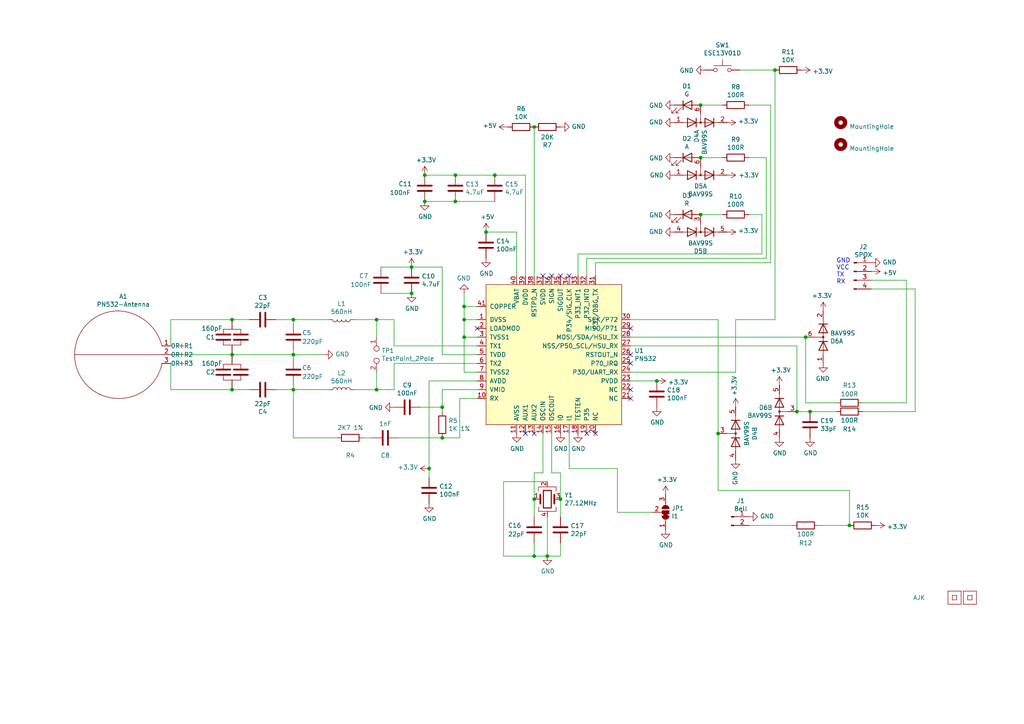
<source format=kicad_sch>
(kicad_sch (version 20231120) (generator "eeschema") (generator_version "8.0")
  (paper "A4")
  (title_block (title "PN532 NFC Board") (date "${DATE}") (rev "7") (company "Adrian Kennard Andrews & Arnold Ltd") (comment 1 "www.me.uk"))
  (lib_symbols
    (symbol "Connector:Conn_01x02_Male" (pin_names (offset 1.016) hide)
      (property "Reference" "J" (at 0 2.54 0))
      (property "Value" "Conn_01x02_Male" (at 0 -5.08 0))
      (symbol "Conn_01x02_Male_1_1"
        (polyline (pts (xy 1.27 -2.54) (xy 0.8636 -2.54)) (stroke (width 0.1524)))
        (polyline (pts (xy 1.27 0) (xy 0.8636 0)) (stroke (width 0.1524)))
        (rectangle (start 0.8636 -2.413) (end 0 -2.667) (stroke (width 0.1524)) (fill (type outline)))
        (rectangle (start 0.8636 0.127) (end 0 -0.127) (stroke (width 0.1524)) (fill (type outline)))
        (pin passive line (at 5.08 0 180) (length 3.81) (name "Pin_1") (number "1"))
        (pin passive line (at 5.08 -2.54 180) (length 3.81) (name "Pin_2") (number "2"))
      )
    )
    (symbol "Connector:Conn_01x04_Male" (pin_names (offset 1.016) hide)
      (property "Reference" "J" (at 0 5.08 0))
      (property "Value" "Conn_01x04_Male" (at 0 -7.62 0))
      (symbol "Conn_01x04_Male_1_1"
        (polyline (pts (xy 1.27 -5.08) (xy 0.8636 -5.08)) (stroke (width 0.1524)))
        (polyline (pts (xy 1.27 -2.54) (xy 0.8636 -2.54)) (stroke (width 0.1524)))
        (polyline (pts (xy 1.27 0) (xy 0.8636 0)) (stroke (width 0.1524)))
        (polyline (pts (xy 1.27 2.54) (xy 0.8636 2.54)) (stroke (width 0.1524)))
        (rectangle (start 0.8636 -4.953) (end 0 -5.207) (stroke (width 0.1524)) (fill (type outline)))
        (rectangle (start 0.8636 -2.413) (end 0 -2.667) (stroke (width 0.1524)) (fill (type outline)))
        (rectangle (start 0.8636 0.127) (end 0 -0.127) (stroke (width 0.1524)) (fill (type outline)))
        (rectangle (start 0.8636 2.667) (end 0 2.413) (stroke (width 0.1524)) (fill (type outline)))
        (pin passive line (at 5.08 2.54 180) (length 3.81) (name "Pin_1") (number "1"))
        (pin passive line (at 5.08 0 180) (length 3.81) (name "Pin_2") (number "2"))
        (pin passive line (at 5.08 -2.54 180) (length 3.81) (name "Pin_3") (number "3"))
        (pin passive line (at 5.08 -5.08 180) (length 3.81) (name "Pin_4") (number "4"))
      )
    )
    (symbol "Connector:TestPoint_2Pole" (pin_names (offset 0.762) hide)
      (property "Reference" "TP" (at 0 1.524 0))
      (property "Value" "TestPoint_2Pole" (at 0 -1.778 0))
      (symbol "TestPoint_2Pole_0_1"
        (circle (center -1.778 0) (radius 0.762))
        (circle (center 1.778 0) (radius 0.762))
        (pin passive line (at -5.08 0 0) (length 2.54) (name "1") (number "1"))
        (pin passive line (at 5.08 0 180) (length 2.54) (name "2") (number "2"))
      )
    )
    (symbol "Cx2_1" (pin_numbers hide) (pin_names (offset 0.254))
      (property "Reference" "C" (at 0.635 3.429 0))
      (property "Value" "Cx2_1" (at 2.921 -3.429 0))
      (property "Note" "May be two 0603 parts" (at 0 0 0))
      (symbol "Cx2_1_0_1"
        (polyline (pts (xy -2.032 -0.762) (xy 2.032 -0.762)) (stroke (width 0.508)))
        (polyline (pts (xy -2.032 0.762) (xy 2.032 0.762)) (stroke (width 0.508)))
        (polyline (pts (xy 0 -2.286) (xy 0 -0.762)))
        (polyline (pts (xy 0 -2.286) (xy 5.08 -2.286)))
        (polyline (pts (xy 0 2.286) (xy 0 0.889)))
        (polyline (pts (xy 0 2.286) (xy 5.08 2.286)))
        (polyline (pts (xy 5.08 -2.286) (xy 5.08 -0.762)))
        (polyline (pts (xy 5.08 2.286) (xy 5.08 0.635)))
      )
      (symbol "Cx2_1_1_1"
        (polyline (pts (xy 3.048 -0.762) (xy 7.112 -0.762)) (stroke (width 0.508)))
        (polyline (pts (xy 3.048 0.762) (xy 7.112 0.762)) (stroke (width 0.508)))
        (pin passive line (at 2.54 5.08 270) (length 2.794) (name "~") (number "1"))
        (pin passive line (at 2.54 -5.08 90) (length 2.794) (name "~") (number "2"))
      )
    )
    (symbol "Device:C" (pin_numbers hide) (pin_names (offset 0.254))
      (property "Reference" "C" (at 0.635 2.54 0))
      (property "Value" "C" (at 0.635 -2.54 0))
      (symbol "C_0_1"
        (polyline (pts (xy -2.032 -0.762) (xy 2.032 -0.762)) (stroke (width 0.508)))
        (polyline (pts (xy -2.032 0.762) (xy 2.032 0.762)) (stroke (width 0.508)))
      )
      (symbol "C_1_1"
        (pin passive line (at 0 3.81 270) (length 2.794) (name "~") (number "1"))
        (pin passive line (at 0 -3.81 90) (length 2.794) (name "~") (number "2"))
      )
    )
    (symbol "Device:Crystal_GND24" (pin_names (offset 1.016) hide)
      (property "Reference" "Y" (at 3.175 5.08 0))
      (property "Value" "Crystal_GND24" (at 3.175 3.175 0))
      (symbol "Crystal_GND24_0_1"
        (rectangle (start -1.143 2.54) (end 1.143 -2.54) (stroke (width 0.3048)))
        (polyline (pts (xy -2.54 0) (xy -2.032 0)))
        (polyline (pts (xy -2.032 -1.27) (xy -2.032 1.27)) (stroke (width 0.508)))
        (polyline (pts (xy 0 -3.81) (xy 0 -3.556)))
        (polyline (pts (xy 0 3.556) (xy 0 3.81)))
        (polyline (pts (xy 2.032 -1.27) (xy 2.032 1.27)) (stroke (width 0.508)))
        (polyline (pts (xy 2.032 0) (xy 2.54 0)))
        (polyline (pts (xy -2.54 -2.286) (xy -2.54 -3.556) (xy 2.54 -3.556) (xy 2.54 -2.286)))
        (polyline (pts (xy -2.54 2.286) (xy -2.54 3.556) (xy 2.54 3.556) (xy 2.54 2.286)))
      )
      (symbol "Crystal_GND24_1_1"
        (pin passive line (at -3.81 0 0) (length 1.27) (name "1") (number "1"))
        (pin passive line (at 0 5.08 270) (length 1.27) (name "2") (number "2"))
        (pin passive line (at 3.81 0 180) (length 1.27) (name "3") (number "3"))
        (pin passive line (at 0 -5.08 90) (length 1.27) (name "4") (number "4"))
      )
    )
    (symbol "Device:L" (pin_numbers hide) (pin_names (offset 1.016) hide)
      (property "Reference" "L" (at -1.27 0 90))
      (property "Value" "L" (at 1.905 0 90))
      (symbol "L_0_1"
        (arc (start 0 -2.54) (mid 0.6323 -1.905) (end 0 -1.27))
        (arc (start 0 -1.27) (mid 0.6323 -0.635) (end 0 0))
        (arc (start 0 0) (mid 0.6323 0.635) (end 0 1.27))
        (arc (start 0 1.27) (mid 0.6323 1.905) (end 0 2.54))
      )
      (symbol "L_1_1"
        (pin passive line (at 0 3.81 270) (length 1.27) (name "1") (number "1"))
        (pin passive line (at 0 -3.81 90) (length 1.27) (name "2") (number "2"))
      )
    )
    (symbol "Device:LED" (pin_numbers hide) (pin_names (offset 1.016) hide)
      (property "Reference" "D" (at 0 2.54 0))
      (property "Value" "LED" (at 0 -2.54 0))
      (symbol "LED_0_1"
        (polyline (pts (xy -1.27 -1.27) (xy -1.27 1.27)) (stroke (width 0.254)))
        (polyline (pts (xy -1.27 0) (xy 1.27 0)))
        (polyline (pts (xy 1.27 -1.27) (xy 1.27 1.27) (xy -1.27 0) (xy 1.27 -1.27)) (stroke (width 0.254)))
        (polyline (pts (xy -3.048 -0.762) (xy -4.572 -2.286) (xy -3.81 -2.286) (xy -4.572 -2.286) (xy -4.572 -1.524)))
        (polyline (pts (xy -1.778 -0.762) (xy -3.302 -2.286) (xy -2.54 -2.286) (xy -3.302 -2.286) (xy -3.302 -1.524)))
      )
      (symbol "LED_1_1"
        (pin passive line (at -3.81 0 0) (length 2.54) (name "K") (number "1"))
        (pin passive line (at 3.81 0 180) (length 2.54) (name "A") (number "2"))
      )
    )
    (symbol "Device:R" (pin_numbers hide) (pin_names (offset 0))
      (property "Reference" "R" (at 2.032 0 90))
      (property "Value" "R" (at 0 0 90))
      (symbol "R_0_1"
        (rectangle (start -1.016 -2.54) (end 1.016 2.54) (stroke (width 0.254)))
      )
      (symbol "R_1_1"
        (pin passive line (at 0 3.81 270) (length 1.27) (name "~") (number "1"))
        (pin passive line (at 0 -3.81 90) (length 1.27) (name "~") (number "2"))
      )
    )
    (symbol "Diode:BAV99S" (pin_names (offset 0.0254) hide)
      (property "Reference" "D" (at 0 2.54 0))
      (property "Value" "BAV99S" (at 0 5.08 0))
      (symbol "BAV99S_0_1"
        (polyline (pts (xy -5.08 0) (xy 5.08 0)))
        (polyline (pts (xy 0 0) (xy 0 -2.54)))
        (polyline (pts (xy -1.27 -1.27) (xy -1.27 1.27) (xy -1.27 1.27)) (stroke (width 0.254)))
        (polyline (pts (xy 3.81 1.27) (xy 3.81 -1.27) (xy 3.81 -1.27)) (stroke (width 0.254)))
        (polyline (pts (xy -3.81 1.27) (xy -1.27 0) (xy -3.81 -1.27) (xy -3.81 1.27) (xy -3.81 1.27) (xy -3.81 1.27)) (stroke (width 0.254)))
        (polyline (pts (xy 1.27 1.27) (xy 3.81 0) (xy 1.27 -1.27) (xy 1.27 1.27) (xy 1.27 1.27) (xy 1.27 1.27)) (stroke (width 0.254)))
        (circle (center 0 0) (radius 0.254) (fill (type outline)))
      )
      (symbol "BAV99S_1_1"
        (polyline (pts (xy 6.35 0) (xy 7.62 0)))
        (pin passive line (at -7.62 0 0) (length 2.54) (name "A1") (number "1"))
        (pin passive line (at 7.62 0 180) (length 2.54) (name "K2") (number "2"))
        (pin passive line (at 0 -5.08 90) (length 2.54) (name "K3A4") (number "6"))
      )
      (symbol "BAV99S_2_1"
        (polyline (pts (xy 6.35 0) (xy 7.62 0)))
        (pin passive line (at 0 -5.08 90) (length 2.54) (name "K1A2") (number "3"))
        (pin passive line (at -7.62 0 0) (length 2.54) (name "A3") (number "4"))
        (pin passive line (at 7.62 0 180) (length 2.54) (name "K4") (number "5"))
      )
    )
    (symbol "Hidden_2" (pin_names (offset 1.016))
      (property "Reference" "Z" (at 0.635 0 0))
      (property "Value" "Hidden_2" (at 4.445 0 0))
      (symbol "Hidden_2_0_1"
        (polyline (pts (xy -0.635 0) (xy 0.635 0)) (stroke (width 0.1524)))
        (polyline (pts (xy 0 0.635) (xy 0 -0.635)) (stroke (width 0.1524)))
      )
      (symbol "Hidden_2_1_1"
        (pin no_connect non_logic (at 0 -2.54 90) (length 2.54) hide (name "~") (number "~"))
      )
    )
    (symbol "Jumper:SolderJumper_3_Bridged12" (pin_names (offset 0) hide)
      (property "Reference" "JP" (at -2.54 -2.54 0))
      (property "Value" "SolderJumper_3_Bridged12" (at 0 2.794 0))
      (symbol "SolderJumper_3_Bridged12_0_1"
        (rectangle (start -1.016 0.508) (end -0.508 -0.508) (fill (type outline)))
        (arc (start -1.016 1.016) (mid -2.0275 0) (end -1.016 -1.016))
        (arc (start -1.016 1.016) (mid -2.0275 0) (end -1.016 -1.016) (fill (type outline)))
        (rectangle (start -0.508 1.016) (end 0.508 -1.016) (fill (type outline)))
        (polyline (pts (xy -2.54 0) (xy -2.032 0)))
        (polyline (pts (xy -1.016 1.016) (xy -1.016 -1.016)))
        (polyline (pts (xy 0 -1.27) (xy 0 -1.016)))
        (polyline (pts (xy 1.016 1.016) (xy 1.016 -1.016)))
        (polyline (pts (xy 2.54 0) (xy 2.032 0)))
        (arc (start 1.016 -1.016) (mid 2.0275 0) (end 1.016 1.016))
        (arc (start 1.016 -1.016) (mid 2.0275 0) (end 1.016 1.016) (fill (type outline)))
      )
      (symbol "SolderJumper_3_Bridged12_1_1"
        (pin passive line (at -5.08 0 0) (length 2.54) (name "A") (number "1"))
        (pin input line (at 0 -3.81 90) (length 2.54) (name "C") (number "2"))
        (pin passive line (at 5.08 0 180) (length 2.54) (name "B") (number "3"))
      )
    )
    (symbol "Mechanical:MountingHole" (pin_names (offset 1.016)) (in_bom no)
      (property "Reference" "H" (at 0 5.08 0))
      (property "Value" "MountingHole" (at 0 3.175 0))
      (symbol "MountingHole_0_1"
        (circle (center 0 0) (radius 1.27) (stroke (width 1.27)))
      )
    )
    (symbol "MountingHole_1" (pin_names (offset 1.016)) (in_bom no)
      (property "Reference" "H" (at 0 5.08 0))
      (property "Value" "MountingHole_1" (at 0 3.175 0))
      (symbol "MountingHole_1_0_1"
        (circle (center 0 0) (radius 1.27) (stroke (width 1.27)))
      )
    )
    (symbol "QR_1" (pin_names (offset 1.016)) (in_bom no)
      (symbol "QR_1_0_1"
        (rectangle (start -1.905 -1.905) (end -1.905 1.905))
        (rectangle (start -1.905 1.905) (end 1.905 1.905))
        (rectangle (start -0.635 -0.635) (end -0.635 0.635))
        (rectangle (start -0.635 0.635) (end 0.635 0.635))
        (rectangle (start 0.635 -0.635) (end -0.635 -0.635))
        (rectangle (start 0.635 0.635) (end 0.635 -0.635))
        (rectangle (start 1.905 -1.905) (end -1.905 -1.905))
        (rectangle (start 1.905 1.905) (end 1.905 -1.905))
      )
    )
    (symbol "RevK:AJK" (pin_names (offset 1.016)) (in_bom no)
      (property "Value" "AJK" (at 0 0 0))
    )
    (symbol "RevK:Hidden" (pin_names (offset 1.016))
      (property "Reference" "Z" (at 0.635 0 0))
      (property "Value" "Hidden" (at 4.445 0 0))
      (symbol "Hidden_0_1"
        (polyline (pts (xy -0.635 0) (xy 0.635 0)) (stroke (width 0.1524)))
        (polyline (pts (xy 0 0.635) (xy 0 -0.635)) (stroke (width 0.1524)))
      )
      (symbol "Hidden_1_1"
        (pin no_connect non_logic (at 0 -2.54 90) (length 2.54) hide (name "~") (number "~"))
      )
    )
    (symbol "RevK:PN532" (pin_names (offset 1.016))
      (property "Reference" "U" (at -21.59 13.97 0))
      (property "Value" "PN532" (at -3.81 35.56 0))
      (symbol "PN532_0_1"
        (rectangle (start -22.86 57.15) (end 16.51 16.51) (fill (type background)))
      )
      (symbol "PN532_1_1"
        (pin power_in line (at -25.4 46.99 0) (length 2.54) (name "DVSS") (number "1"))
        (pin input line (at -25.4 24.13 0) (length 2.54) (name "RX") (number "10"))
        (pin power_in line (at -13.97 13.97 90) (length 2.54) (name "AVSS") (number "11"))
        (pin output line (at -11.43 13.97 90) (length 2.54) (name "AUX1") (number "12"))
        (pin output line (at -8.89 13.97 90) (length 2.54) (name "AUX2") (number "13"))
        (pin input line (at -6.35 13.97 90) (length 2.54) (name "OSCIN") (number "14"))
        (pin output line (at -3.81 13.97 90) (length 2.54) (name "OSCOUT") (number "15"))
        (pin input line (at -1.27 13.97 90) (length 2.54) (name "I0") (number "16"))
        (pin input line (at 1.27 13.97 90) (length 2.54) (name "I1") (number "17"))
        (pin input line (at 3.81 13.97 90) (length 2.54) (name "TESTEN") (number "18"))
        (pin bidirectional line (at 6.35 13.97 90) (length 2.54) (name "P35") (number "19"))
        (pin output line (at -25.4 44.45 0) (length 2.54) (name "LOADMOD") (number "2"))
        (pin passive line (at 8.89 13.97 90) (length 2.54) (name "NC") (number "20"))
        (pin passive line (at 19.05 24.13 180) (length 2.54) (name "NC") (number "21"))
        (pin passive line (at 19.05 26.67 180) (length 2.54) (name "NC") (number "22"))
        (pin power_in line (at 19.05 29.21 180) (length 2.54) (name "PVDD") (number "23"))
        (pin bidirectional line (at 19.05 31.75 180) (length 2.54) (name "P30/UART_RX") (number "24"))
        (pin bidirectional line (at 19.05 34.29 180) (length 2.54) (name "P70_IRQ") (number "25"))
        (pin output line (at 19.05 36.83 180) (length 2.54) (name "RSTOUT_N") (number "26"))
        (pin bidirectional line (at 19.05 39.37 180) (length 2.54) (name "NSS/P50_SCL/HSU_RX") (number "27"))
        (pin bidirectional line (at 19.05 41.91 180) (length 2.54) (name "MOSI/SDA/HSU_TX") (number "28"))
        (pin bidirectional line (at 19.05 44.45 180) (length 2.54) (name "MISO/P71") (number "29"))
        (pin power_in line (at -25.4 41.91 0) (length 2.54) (name "TVSS1") (number "3"))
        (pin bidirectional line (at 19.05 46.99 180) (length 2.54) (name "SCK/P72") (number "30"))
        (pin bidirectional line (at 8.89 59.69 270) (length 2.54) (name "P31/DBG_TX") (number "31"))
        (pin bidirectional line (at 6.35 59.69 270) (length 2.54) (name "P32_INT0") (number "32"))
        (pin bidirectional line (at 3.81 59.69 270) (length 2.54) (name "P33_INT1") (number "33"))
        (pin bidirectional line (at 1.27 59.69 270) (length 2.54) (name "P34/SIG_CLK") (number "34"))
        (pin output line (at -1.27 59.69 270) (length 2.54) (name "SIGOUT") (number "35"))
        (pin input line (at -3.81 59.69 270) (length 2.54) (name "SIGN") (number "36"))
        (pin power_out line (at -6.35 59.69 270) (length 2.54) (name "SVDD") (number "37"))
        (pin input line (at -8.89 59.69 270) (length 2.54) (name "RSTPD_N") (number "38"))
        (pin power_out line (at -11.43 59.69 270) (length 2.54) (name "DVDD") (number "39"))
        (pin output line (at -25.4 39.37 0) (length 2.54) (name "TX1") (number "4"))
        (pin power_in line (at -13.97 59.69 270) (length 2.54) (name "VBAT") (number "40"))
        (pin passive line (at -25.4 50.8 0) (length 2.54) (name "COPPER") (number "41"))
        (pin power_in line (at -25.4 36.83 0) (length 2.54) (name "TVDD") (number "5"))
        (pin output line (at -25.4 34.29 0) (length 2.54) (name "TX2") (number "6"))
        (pin power_in line (at -25.4 31.75 0) (length 2.54) (name "TVSS2") (number "7"))
        (pin power_in line (at -25.4 29.21 0) (length 2.54) (name "AVDD") (number "8"))
        (pin output line (at -25.4 26.67 0) (length 2.54) (name "VMID") (number "9"))
      )
    )
    (symbol "RevK:PN532-Antenna" (pin_names (offset 1.016)) (in_bom no)
      (property "Reference" "A" (at 0 -15.24 0))
      (property "Value" "PN532-Antenna" (at 0 1.27 0))
      (symbol "PN532-Antenna_0_1"
        (arc (start 0 -12.7) (mid 8.196 -9.9275) (end 12.7 -2.54))
        (polyline (pts (xy 12.7 0) (xy -12.7 0)))
        (arc (start 0 12.7) (mid -12.6447 0) (end 0 -12.7))
        (arc (start 12.7 2.54) (mid 8.0366 9.7282) (end 0 12.7))
      )
      (symbol "PN532-Antenna_1_1"
        (pin bidirectional line (at 15.24 2.54 180) (length 2.54) (name "") (number "1"))
        (pin bidirectional line (at 15.24 0 180) (length 2.54) (name "") (number "2"))
        (pin bidirectional line (at 15.24 -2.54 180) (length 2.54) (name "") (number "3"))
      )
    )
    (symbol "RevK:QR" (pin_names (offset 1.016)) (in_bom no)
      (symbol "QR_0_1"
        (rectangle (start -1.905 -1.905) (end -1.905 1.905))
        (rectangle (start -1.905 1.905) (end 1.905 1.905))
        (rectangle (start -0.635 -0.635) (end -0.635 0.635))
        (rectangle (start -0.635 0.635) (end 0.635 0.635))
        (rectangle (start 0.635 -0.635) (end -0.635 -0.635))
        (rectangle (start 0.635 0.635) (end 0.635 -0.635))
        (rectangle (start 1.905 -1.905) (end -1.905 -1.905))
        (rectangle (start 1.905 1.905) (end 1.905 -1.905))
      )
    )
    (symbol "Switch:SW_Push" (pin_numbers hide) (pin_names (offset 1.016) hide)
      (property "Reference" "SW" (at 1.27 2.54 0))
      (property "Value" "SW_Push" (at 0 -1.524 0))
      (symbol "SW_Push_0_1"
        (circle (center -2.032 0) (radius 0.508))
        (polyline (pts (xy 0 1.27) (xy 0 3.048)))
        (polyline (pts (xy 2.54 1.27) (xy -2.54 1.27)))
        (circle (center 2.032 0) (radius 0.508))
        (pin passive line (at -5.08 0 0) (length 2.54) (name "1") (number "1"))
        (pin passive line (at 5.08 0 180) (length 2.54) (name "2") (number "2"))
      )
    )
    (symbol "power:+3.3V" (power) (pin_names (offset 0))
      (property "Value" "+3.3V" (at 0 3.556 0))
      (symbol "+3.3V_0_1"
        (polyline (pts (xy -0.762 1.27) (xy 0 2.54)))
        (polyline (pts (xy 0 0) (xy 0 2.54)))
        (polyline (pts (xy 0 2.54) (xy 0.762 1.27)))
      )
      (symbol "+3.3V_1_1"
        (pin power_in line (at 0 0 90) (length 0) hide (name "+3V3") (number "1"))
      )
    )
    (symbol "power:+5V" (power) (pin_names (offset 0))
      (property "Value" "+5V" (at 0 3.556 0))
      (symbol "+5V_0_1"
        (polyline (pts (xy -0.762 1.27) (xy 0 2.54)))
        (polyline (pts (xy 0 0) (xy 0 2.54)))
        (polyline (pts (xy 0 2.54) (xy 0.762 1.27)))
      )
      (symbol "+5V_1_1"
        (pin power_in line (at 0 0 90) (length 0) hide (name "+5V") (number "1"))
      )
    )
    (symbol "power:GND" (power) (pin_names (offset 0))
      (property "Value" "GND" (at 0 -3.81 0))
      (symbol "GND_0_1"
        (polyline (pts (xy 0 0) (xy 0 -1.27) (xy 1.27 -1.27) (xy 0 -2.54) (xy -1.27 -1.27) (xy 0 -1.27)))
      )
      (symbol "GND_1_1"
        (pin power_in line (at 0 0 270) (length 0) hide (name "GND") (number "1"))
      )
    )
  )
  (junction (at 85.09 113.03))
  (junction (at 109.22 92.71))
  (junction (at 140.97 67.31))
  (junction (at 162.56 144.78))
  (junction (at 190.5 110.49))
  (junction (at 134.62 88.9))
  (junction (at 134.62 92.71))
  (junction (at 203.2 62.23))
  (junction (at 67.31 113.03))
  (junction (at 233.68 97.79))
  (junction (at 119.38 77.47))
  (junction (at 128.27 118.11))
  (junction (at 231.14 119.38))
  (junction (at 132.08 58.42))
  (junction (at 134.62 97.79))
  (junction (at 123.19 58.42))
  (junction (at 208.28 125.73))
  (junction (at 123.19 50.8))
  (junction (at 85.09 92.71))
  (junction (at 154.94 144.78))
  (junction (at 132.08 50.8))
  (junction (at 154.94 161.29))
  (junction (at 143.51 50.8))
  (junction (at 158.75 161.29))
  (junction (at 67.31 102.87))
  (junction (at 119.38 85.09))
  (junction (at 203.2 45.72))
  (junction (at 128.27 127))
  (junction (at 224.79 20.32))
  (junction (at 234.95 119.38))
  (junction (at 67.31 92.71))
  (junction (at 154.94 36.83))
  (junction (at 124.46 135.89))
  (junction (at 85.09 102.87))
  (junction (at 203.2 30.48))
  (junction (at 109.22 113.03))
  (junction (at 246.38 152.4))
  (no_connect (at 182.88 102.87))
  (no_connect (at 162.56 80.01))
  (no_connect (at 170.18 125.73))
  (no_connect (at 154.94 125.73))
  (no_connect (at 182.88 115.57))
  (no_connect (at 182.88 113.03))
  (no_connect (at 157.48 80.01))
  (no_connect (at 182.88 105.41))
  (no_connect (at 165.1 80.01))
  (no_connect (at 172.72 125.73))
  (no_connect (at 138.43 95.25))
  (no_connect (at 182.88 95.25))
  (no_connect (at 152.4 125.73))
  (no_connect (at 160.02 80.01))
  (wire (pts (xy 160.02 125.73) (xy 160.02 137.16)))
  (wire (pts (xy 146.05 139.7) (xy 146.05 161.29)))
  (wire (pts (xy 158.75 139.7) (xy 146.05 139.7)))
  (wire (pts (xy 217.17 45.72) (xy 222.25 45.72)))
  (wire (pts (xy 85.09 101.6) (xy 85.09 102.87)))
  (wire (pts (xy 114.3 105.41) (xy 138.43 105.41)))
  (wire (pts (xy 229.87 152.4) (xy 217.17 152.4)))
  (wire (pts (xy 217.17 62.23) (xy 220.98 62.23)))
  (wire (pts (xy 49.53 105.41) (xy 49.53 113.03)))
  (wire (pts (xy 170.18 74.93) (xy 170.18 80.01)))
  (wire (pts (xy 154.94 137.16) (xy 154.94 144.78)))
  (wire (pts (xy 132.08 50.8) (xy 143.51 50.8)))
  (wire (pts (xy 222.25 45.72) (xy 222.25 74.93)))
  (wire (pts (xy 85.09 102.87) (xy 85.09 104.14)))
  (wire (pts (xy 110.49 77.47) (xy 119.38 77.47)))
  (wire (pts (xy 233.68 116.84) (xy 233.68 97.79)))
  (wire (pts (xy 146.05 161.29) (xy 154.94 161.29)))
  (wire (pts (xy 49.53 92.71) (xy 49.53 100.33)))
  (wire (pts (xy 138.43 107.95) (xy 134.62 107.95)))
  (wire (pts (xy 114.3 105.41) (xy 114.3 113.03)))
  (wire (pts (xy 134.62 92.71) (xy 138.43 92.71)))
  (wire (pts (xy 85.09 92.71) (xy 95.25 92.71)))
  (wire (pts (xy 209.55 30.48) (xy 203.2 30.48)))
  (wire (pts (xy 80.01 92.71) (xy 85.09 92.71)))
  (wire (pts (xy 265.43 119.38) (xy 250.19 119.38)))
  (wire (pts (xy 157.48 125.73) (xy 157.48 137.16)))
  (wire (pts (xy 134.62 88.9) (xy 138.43 88.9)))
  (wire (pts (xy 114.3 92.71) (xy 114.3 100.33)))
  (wire (pts (xy 208.28 92.71) (xy 208.28 125.73)))
  (wire (pts (xy 134.62 97.79) (xy 134.62 92.71)))
  (wire (pts (xy 152.4 80.01) (xy 152.4 50.8)))
  (wire (pts (xy 154.94 144.78) (xy 154.94 149.86)))
  (wire (pts (xy 128.27 102.87) (xy 128.27 77.47)))
  (wire (pts (xy 182.88 92.71) (xy 208.28 92.71)))
  (wire (pts (xy 85.09 102.87) (xy 93.98 102.87)))
  (wire (pts (xy 67.31 113.03) (xy 72.39 113.03)))
  (wire (pts (xy 114.3 100.33) (xy 138.43 100.33)))
  (wire (pts (xy 172.72 76.2) (xy 172.72 80.01)))
  (wire (pts (xy 213.36 92.71) (xy 224.79 92.71)))
  (wire (pts (xy 213.36 107.95) (xy 182.88 107.95)))
  (wire (pts (xy 67.31 102.87) (xy 85.09 102.87)))
  (wire (pts (xy 132.08 58.42) (xy 123.19 58.42)))
  (wire (pts (xy 224.79 20.32) (xy 224.79 92.71)))
  (wire (pts (xy 237.49 152.4) (xy 246.38 152.4)))
  (wire (pts (xy 138.43 110.49) (xy 124.46 110.49)))
  (wire (pts (xy 85.09 113.03) (xy 95.25 113.03)))
  (wire (pts (xy 119.38 77.47) (xy 128.27 77.47)))
  (wire (pts (xy 252.73 81.28) (xy 262.89 81.28)))
  (wire (pts (xy 128.27 127) (xy 133.35 127)))
  (wire (pts (xy 109.22 107.95) (xy 109.22 113.03)))
  (wire (pts (xy 49.53 102.87) (xy 67.31 102.87)))
  (wire (pts (xy 138.43 102.87) (xy 128.27 102.87)))
  (wire (pts (xy 128.27 118.11) (xy 128.27 119.38)))
  (wire (pts (xy 124.46 110.49) (xy 124.46 135.89)))
  (wire (pts (xy 138.43 115.57) (xy 133.35 115.57)))
  (wire (pts (xy 115.57 127) (xy 128.27 127)))
  (wire (pts (xy 134.62 97.79) (xy 138.43 97.79)))
  (wire (pts (xy 233.68 97.79) (xy 182.88 97.79)))
  (wire (pts (xy 167.64 73.66) (xy 220.98 73.66)))
  (wire (pts (xy 242.57 119.38) (xy 234.95 119.38)))
  (wire (pts (xy 102.87 113.03) (xy 109.22 113.03)))
  (wire (pts (xy 265.43 83.82) (xy 265.43 119.38)))
  (wire (pts (xy 85.09 113.03) (xy 85.09 127)))
  (wire (pts (xy 162.56 137.16) (xy 162.56 144.78)))
  (wire (pts (xy 132.08 50.8) (xy 123.19 50.8)))
  (wire (pts (xy 217.17 30.48) (xy 223.52 30.48)))
  (wire (pts (xy 234.95 119.38) (xy 231.14 119.38)))
  (wire (pts (xy 109.22 92.71) (xy 114.3 92.71)))
  (wire (pts (xy 143.51 50.8) (xy 152.4 50.8)))
  (wire (pts (xy 262.89 81.28) (xy 262.89 116.84)))
  (wire (pts (xy 157.48 137.16) (xy 154.94 137.16)))
  (wire (pts (xy 165.1 135.89) (xy 179.07 135.89)))
  (wire (pts (xy 85.09 127) (xy 97.79 127)))
  (wire (pts (xy 132.08 58.42) (xy 143.51 58.42)))
  (wire (pts (xy 134.62 107.95) (xy 134.62 97.79)))
  (wire (pts (xy 124.46 135.89) (xy 124.46 138.43)))
  (wire (pts (xy 160.02 137.16) (xy 162.56 137.16)))
  (wire (pts (xy 138.43 113.03) (xy 128.27 113.03)))
  (wire (pts (xy 149.86 67.31) (xy 149.86 80.01)))
  (wire (pts (xy 85.09 92.71) (xy 85.09 93.98)))
  (wire (pts (xy 242.57 116.84) (xy 233.68 116.84)))
  (wire (pts (xy 223.52 30.48) (xy 223.52 76.2)))
  (wire (pts (xy 172.72 76.2) (xy 223.52 76.2)))
  (wire (pts (xy 105.41 127) (xy 107.95 127)))
  (wire (pts (xy 167.64 73.66) (xy 167.64 80.01)))
  (wire (pts (xy 133.35 115.57) (xy 133.35 127)))
  (wire (pts (xy 209.55 62.23) (xy 203.2 62.23)))
  (wire (pts (xy 85.09 111.76) (xy 85.09 113.03)))
  (wire (pts (xy 220.98 62.23) (xy 220.98 73.66)))
  (wire (pts (xy 134.62 88.9) (xy 134.62 85.09)))
  (wire (pts (xy 154.94 157.48) (xy 154.94 161.29)))
  (wire (pts (xy 182.88 100.33) (xy 231.14 100.33)))
  (wire (pts (xy 154.94 36.83) (xy 154.94 80.01)))
  (wire (pts (xy 158.75 149.86) (xy 158.75 161.29)))
  (wire (pts (xy 182.88 110.49) (xy 190.5 110.49)))
  (wire (pts (xy 162.56 161.29) (xy 158.75 161.29)))
  (wire (pts (xy 246.38 142.24) (xy 246.38 152.4)))
  (wire (pts (xy 162.56 144.78) (xy 162.56 149.86)))
  (wire (pts (xy 222.25 74.93) (xy 170.18 74.93)))
  (wire (pts (xy 208.28 142.24) (xy 246.38 142.24)))
  (wire (pts (xy 109.22 92.71) (xy 109.22 97.79)))
  (wire (pts (xy 121.92 118.11) (xy 128.27 118.11)))
  (wire (pts (xy 109.22 113.03) (xy 114.3 113.03)))
  (wire (pts (xy 128.27 113.03) (xy 128.27 118.11)))
  (wire (pts (xy 67.31 92.71) (xy 72.39 92.71)))
  (wire (pts (xy 213.36 107.95) (xy 213.36 92.71)))
  (wire (pts (xy 49.53 92.71) (xy 67.31 92.71)))
  (wire (pts (xy 262.89 116.84) (xy 250.19 116.84)))
  (wire (pts (xy 179.07 148.59) (xy 189.23 148.59)))
  (wire (pts (xy 140.97 67.31) (xy 149.86 67.31)))
  (wire (pts (xy 179.07 135.89) (xy 179.07 148.59)))
  (wire (pts (xy 208.28 125.73) (xy 208.28 142.24)))
  (wire (pts (xy 252.73 83.82) (xy 265.43 83.82)))
  (wire (pts (xy 231.14 100.33) (xy 231.14 119.38)))
  (wire (pts (xy 110.49 85.09) (xy 119.38 85.09)))
  (wire (pts (xy 154.94 161.29) (xy 158.75 161.29)))
  (wire (pts (xy 80.01 113.03) (xy 85.09 113.03)))
  (wire (pts (xy 162.56 157.48) (xy 162.56 161.29)))
  (wire (pts (xy 102.87 92.71) (xy 109.22 92.71)))
  (wire (pts (xy 165.1 125.73) (xy 165.1 135.89)))
  (wire (pts (xy 214.63 20.32) (xy 224.79 20.32)))
  (wire (pts (xy 209.55 45.72) (xy 203.2 45.72)))
  (wire (pts (xy 49.53 113.03) (xy 67.31 113.03)))
  (wire (pts (xy 134.62 92.71) (xy 134.62 88.9)))
  (text "GND\nVCC\nTX\nRX" (at 242.57 82.55 0) (effects (font (size 1.27 1.27)) (justify left bottom)))
  (symbol (lib_id "RevK:PN532-Antenna") (at 34.29 102.87 0) (unit 1) (in_bom no)
    (property "Reference" "A1" (at 35.7632 85.979 0))
    (property "Value" "PN532-Antenna" (at 35.7632 88.2904 0))
    (property "Footprint" "RevK:PN532-Antenna5" (effects (hide yes)))
    (property "Note" "Non part, PCB printed" (effects (hide yes)))
  )
  (symbol (lib_id "RevK:PN532") (at 163.83 139.7 0) (unit 1)
    (property "Reference" "U1" (at 183.9976 101.7016 0) (effects (justify left)))
    (property "Value" "PN532" (at 183.9976 104.013 0) (effects (justify left)))
    (property "Footprint" "RevK:QFN-40-1EP_6x6mm_P0.5mm_EP4.6x4.6mm" (effects (hide yes)))
    (property "Datasheet" "https://www.mouser.co.uk/ProductDetail/771-PN5321A3HN10" (effects (hide yes)))
    (property "Part No" "PN5321A3HN/C106,51" (effects (hide yes)))
    (property "Manufacturer" "NXP Semiconductors" (effects (hide yes)))
  )
  (symbol (lib_name "Cx2_1") (lib_id "RevK:Cx2") (at 64.77 97.79 0) (unit 1)
    (property "Reference" "C1" (at 59.69 97.79 0) (effects (justify left)))
    (property "Value" "160pF" (at 58.42 95.25 0) (effects (justify left)))
    (property "Footprint" "RevK:C_0603" (effects (hide yes)))
    (property "Datasheet" "https://www.mouser.co.uk/ProductDetail/80-C0603X161F1HACTU" (effects (hide yes)))
    (property "Part No" "C0603X161F1HACTU" (effects (hide yes)))
    (property "Manufacturer" "KEMET" (effects (hide yes)))
  )
  (symbol (lib_id "Device:C") (at 76.2 92.71 270) (unit 1)
    (property "Reference" "C3" (at 76.2 86.3092 90))
    (property "Value" "22pF" (at 76.2 88.6206 90))
    (property "Footprint" "RevK:C_0603" (effects (hide yes)))
    (property "Datasheet" "https://www.mouser.co.uk/ProductDetail/791-0603N220F500CT" (effects (hide yes)))
    (property "Note" "0603" (effects (hide yes)))
    (property "Part No" "0603N220F500CT" (effects (hide yes)))
    (property "Manufacturer" "Walsin" (effects (hide yes)))
  )
  (symbol (lib_id "Device:C") (at 76.2 113.03 90) (unit 1)
    (property "Reference" "C4" (at 76.2 119.4308 90))
    (property "Value" "22pF" (at 76.2 117.1194 90))
    (property "Footprint" "RevK:C_0603" (effects (hide yes)))
    (property "Datasheet" "https://www.mouser.co.uk/ProductDetail/791-0603N220F500CT" (effects (hide yes)))
    (property "Note" "0603" (effects (hide yes)))
    (property "Part No" "0603N220F500CT" (effects (hide yes)))
    (property "Manufacturer" "Walsin" (effects (hide yes)))
  )
  (symbol (lib_id "Device:C") (at 85.09 97.79 180) (unit 1)
    (property "Reference" "C5" (at 87.63 96.52 0) (effects (justify right)))
    (property "Value" "220pF" (at 87.63 99.06 0) (effects (justify right)))
    (property "Footprint" "RevK:C_0603" (effects (hide yes)))
    (property "Part No" "0603-220pF-50V" (effects (hide yes)))
  )
  (symbol (lib_id "Device:C") (at 85.09 107.95 0) (unit 1)
    (property "Reference" "C6" (at 87.63 106.68 0) (effects (justify left)))
    (property "Value" "220pF" (at 87.63 109.22 0) (effects (justify left)))
    (property "Footprint" "RevK:C_0603" (effects (hide yes)))
    (property "Part No" "0603-220pF-50V" (effects (hide yes)))
  )
  (symbol (lib_id "Device:L") (at 99.06 92.71 270) (unit 1)
    (property "Reference" "L1" (at 99.06 88.1126 90))
    (property "Value" "560nH" (at 99.06 90.424 90))
    (property "Footprint" "RevK:L_1206_1008" (effects (hide yes)))
    (property "Datasheet" "https://www.mouser.co.uk/ProductDetail/81-LQW2UASR56G00L" (effects (hide yes)))
    (property "Note" "High quality inductor" (effects (hide yes)))
    (property "Part No" "LQW2UASR56G00L" (effects (hide yes)))
    (property "Manufacturer" "Murata Electronics" (effects (hide yes)))
  )
  (symbol (lib_id "Device:L") (at 99.06 113.03 90) (unit 1)
    (property "Reference" "L2" (at 99.06 108.204 90))
    (property "Value" "560nH" (at 99.06 110.5154 90))
    (property "Footprint" "RevK:L_1206_1008" (effects (hide yes)))
    (property "Datasheet" "https://www.mouser.co.uk/ProductDetail/81-LQW2UASR56G00L" (effects (hide yes)))
    (property "Note" "High quality inductor" (effects (hide yes)))
    (property "Part No" "LQW2UASR56G00L" (effects (hide yes)))
    (property "Manufacturer" "Murata Electronics" (effects (hide yes)))
  )
  (symbol (lib_id "Device:C") (at 111.76 127 270) (unit 1)
    (property "Reference" "C8" (at 111.76 132.08 90))
    (property "Value" "1nF" (at 111.76 122.9106 90))
    (property "Footprint" "RevK:C_0603" (effects (hide yes)))
    (property "Datasheet" "https://www.mouser.co.uk/ProductDetail/77-VJ0603A102GXAPBC" (effects (hide yes)))
    (property "Note" "0603" (effects (hide yes)))
    (property "Part No" "VJ0603A102GXAPW1BC" (effects (hide yes)))
    (property "Manufacturer" "Vishay / Vitramon" (effects (hide yes)))
  )
  (symbol (lib_id "Device:Crystal_GND24") (at 158.75 144.78 0) (unit 1)
    (property "Reference" "Y1" (at 163.6776 143.6116 0) (effects (justify left)))
    (property "Value" "27.12MHz" (at 163.6776 145.923 0) (effects (justify left)))
    (property "Footprint" "RevK:Crystal-3.2x2.5" (effects (hide yes)))
    (property "Datasheet" "https://www.mouser.co.uk/ProductDetail/815-ABM81-271-10B1UT" (effects (hide yes)))
    (property "Part No" "ABM81-27.120MHZ-10-B1U-T3" (effects (hide yes)))
    (property "Manufacturer" "ABRACON" (effects (hide yes)))
  )
  (symbol (lib_id "Device:C") (at 118.11 118.11 270) (unit 1)
    (property "Reference" "C9" (at 118.11 111.7092 90))
    (property "Value" "100nF" (at 118.11 114.0206 90))
    (property "Footprint" "RevK:C_0603" (effects (hide yes)))
    (property "Part No" "0603-100nF-25V" (effects (hide yes)))
  )
  (symbol (lib_id "Device:R") (at 101.6 127 270) (unit 1)
    (property "Reference" "R4" (at 101.6 132.08 90))
    (property "Value" "2K7 1%" (at 101.6 124.0536 90))
    (property "Footprint" "RevK:R_0603" (effects (hide yes)))
    (property "Datasheet" "https://www.mouser.co.uk/ProductDetail/603-RC0603FR-102K7L" (effects (hide yes)))
    (property "Note" "0603" (effects (hide yes)))
    (property "Part No" "RC0603FR-102K7L" (effects (hide yes)))
    (property "Manufacturer" "YAGEO" (effects (hide yes)))
  )
  (symbol (lib_id "Device:R") (at 128.27 123.19 180) (unit 1)
    (property "Reference" "R5" (at 130.048 122.0216 0) (effects (justify right)))
    (property "Value" "1K 1%" (at 130.048 124.333 0) (effects (justify right)))
    (property "Footprint" "RevK:R_0603" (effects (hide yes)))
    (property "Datasheet" "https://www.mouser.co.uk/ProductDetail/71-CRCW06031K00FKEAC" (effects (hide yes)))
    (property "Note" "0603" (effects (hide yes)))
    (property "Part No" "CRCW06031K00FKEAC" (effects (hide yes)))
    (property "Manufacturer" "Vishay / Dale" (effects (hide yes)))
  )
  (symbol (lib_id "Device:C") (at 119.38 81.28 0) (unit 1)
    (property "Reference" "C10" (at 122.301 80.1116 0) (effects (justify left)))
    (property "Value" "4.7uF" (at 122.301 82.423 0) (effects (justify left)))
    (property "Footprint" "RevK:C_0603" (effects (hide yes)))
    (property "Part No" "0603-4.7uF-10V" (effects (hide yes)))
  )
  (symbol (lib_id "Device:C") (at 110.49 81.28 0) (unit 1)
    (property "Reference" "C7" (at 104.14 80.01 0) (effects (justify left)))
    (property "Value" "100nF" (at 101.6 82.55 0) (effects (justify left)))
    (property "Footprint" "RevK:C_0603" (effects (hide yes)))
    (property "Part No" "0603-100nF-25V" (effects (hide yes)))
  )
  (symbol (lib_id "Device:C") (at 140.97 71.12 0) (unit 1)
    (property "Reference" "C14" (at 143.891 69.9516 0) (effects (justify left)))
    (property "Value" "100nF" (at 143.891 72.263 0) (effects (justify left)))
    (property "Footprint" "RevK:C_0603" (effects (hide yes)))
    (property "Part No" "0603-100nF-25V" (effects (hide yes)))
  )
  (symbol (lib_id "Device:C") (at 123.19 54.61 0) (unit 1)
    (property "Reference" "C11" (at 115.57 53.34 0) (effects (justify left)))
    (property "Value" "100nF" (at 113.03 55.88 0) (effects (justify left)))
    (property "Footprint" "RevK:C_0603" (effects (hide yes)))
    (property "Part No" "0603-100nF-25V" (effects (hide yes)))
  )
  (symbol (lib_id "Device:C") (at 132.08 54.61 0) (unit 1)
    (property "Reference" "C13" (at 135.001 53.4416 0) (effects (justify left)))
    (property "Value" "4.7uF" (at 135.001 55.753 0) (effects (justify left)))
    (property "Footprint" "RevK:C_0603" (effects (hide yes)))
    (property "Part No" "0603-4.7uF-10V" (effects (hide yes)))
  )
  (symbol (lib_id "Device:R") (at 151.13 36.83 270) (unit 1)
    (property "Reference" "R6" (at 151.13 31.5722 90))
    (property "Value" "10K" (at 151.13 33.8836 90))
    (property "Footprint" "RevK:R_0603" (effects (hide yes)))
    (property "Part No" "0603-10K" (effects (hide yes)))
  )
  (symbol (lib_id "Device:C") (at 190.5 114.3 0) (unit 1)
    (property "Reference" "C18" (at 193.421 113.1316 0) (effects (justify left)))
    (property "Value" "100nF" (at 193.421 115.443 0) (effects (justify left)))
    (property "Footprint" "RevK:C_0603" (effects (hide yes)))
    (property "Part No" "0603-100nF-25V" (effects (hide yes)))
  )
  (symbol (lib_id "Device:C") (at 154.94 153.67 0) (unit 1)
    (property "Reference" "C16" (at 147.32 152.4 0) (effects (justify left)))
    (property "Value" "22pF" (at 147.32 154.94 0) (effects (justify left)))
    (property "Footprint" "RevK:C_0603" (effects (hide yes)))
    (property "Part No" "0603-22pF-50V" (effects (hide yes)))
  )
  (symbol (lib_id "Device:C") (at 162.56 153.67 0) (unit 1)
    (property "Reference" "C17" (at 165.481 152.5016 0) (effects (justify left)))
    (property "Value" "22pF" (at 165.481 154.813 0) (effects (justify left)))
    (property "Footprint" "RevK:C_0603" (effects (hide yes)))
    (property "Part No" "0603-22pF-50V" (effects (hide yes)))
  )
  (symbol (lib_id "power:GND") (at 93.98 102.87 90) (unit 1)
    (property "Reference" "#PWR01" (effects (hide yes)))
    (property "Value" "GND" (at 97.2312 102.743 90) (effects (justify right)))
  )
  (symbol (lib_id "Switch:SW_Push") (at 209.55 20.32 0) (unit 1)
    (property "Reference" "SW1" (at 209.55 13.081 0))
    (property "Value" "ESE13V01D" (at 209.55 15.3924 0))
    (property "Footprint" "RevK:ESE13" (effects (hide yes)))
    (property "Datasheet" "https://docs.rs-online.com/73f9/0900766b810acfc9.pdf" (effects (hide yes)))
    (property "Part No" "ESE13V01D" (effects (hide yes)))
    (property "Manufacturer" "Panasonic" (effects (hide yes)))
  )
  (symbol (lib_id "power:GND") (at 114.3 118.11 270) (unit 1)
    (property "Reference" "#PWR02" (effects (hide yes)))
    (property "Value" "GND" (at 111.0488 118.237 90) (effects (justify right)))
  )
  (symbol (lib_id "power:+3.3V") (at 119.38 77.47 0) (unit 1)
    (property "Reference" "#PWR03" (effects (hide yes)))
    (property "Value" "+3.3V" (at 119.761 73.0758 0))
  )
  (symbol (lib_id "power:GND") (at 119.38 85.09 0) (unit 1)
    (property "Reference" "#PWR04" (effects (hide yes)))
    (property "Value" "GND" (at 119.507 89.4842 0))
  )
  (symbol (lib_id "Device:C") (at 124.46 142.24 0) (unit 1)
    (property "Reference" "C12" (at 127.381 141.0716 0) (effects (justify left)))
    (property "Value" "100nF" (at 127.381 143.383 0) (effects (justify left)))
    (property "Footprint" "RevK:C_0603" (effects (hide yes)))
    (property "Part No" "0603-100nF-25V" (effects (hide yes)))
  )
  (symbol (lib_id "power:GND") (at 124.46 146.05 0) (unit 1)
    (property "Reference" "#PWR08" (effects (hide yes)))
    (property "Value" "GND" (at 124.587 150.4442 0))
  )
  (symbol (lib_id "power:+3.3V") (at 124.46 135.89 90) (unit 1)
    (property "Reference" "#PWR07" (effects (hide yes)))
    (property "Value" "+3.3V" (at 121.2088 135.509 90) (effects (justify left)))
  )
  (symbol (lib_id "power:GND") (at 134.62 85.09 180) (unit 1)
    (property "Reference" "#PWR09" (effects (hide yes)))
    (property "Value" "GND" (at 134.493 80.6958 0))
  )
  (symbol (lib_id "power:GND") (at 140.97 74.93 0) (unit 1)
    (property "Reference" "#PWR011" (effects (hide yes)))
    (property "Value" "GND" (at 141.097 79.3242 0))
  )
  (symbol (lib_id "power:+5V") (at 140.97 67.31 0) (unit 1)
    (property "Reference" "#PWR010" (effects (hide yes)))
    (property "Value" "+5V" (at 141.351 62.9158 0))
  )
  (symbol (lib_id "power:GND") (at 123.19 58.42 0) (unit 1)
    (property "Reference" "#PWR06" (effects (hide yes)))
    (property "Value" "GND" (at 123.317 62.8142 0))
  )
  (symbol (lib_id "power:+3.3V") (at 123.19 50.8 0) (unit 1)
    (property "Reference" "#PWR05" (effects (hide yes)))
    (property "Value" "+3.3V" (at 123.571 46.4058 0))
  )
  (symbol (lib_name "MountingHole_1") (lib_id "Mechanical:MountingHole") (at 243.84 35.56 0) (unit 1) (in_bom no)
    (property "Reference" "H1" (effects (hide yes)))
    (property "Value" "MountingHole" (at 246.38 36.703 0) (effects (justify left)))
    (property "Footprint" "RevK:ISO7380-M3-NoPad" (effects (hide yes)))
    (property "Note" "No part, PCB printed" (effects (hide yes)))
  )
  (symbol (lib_id "Mechanical:MountingHole") (at 243.84 41.91 0) (unit 1) (in_bom no)
    (property "Reference" "H2" (effects (hide yes)))
    (property "Value" "MountingHole" (at 246.38 43.053 0) (effects (justify left)))
    (property "Footprint" "RevK:ISO7380-M3-NoPad" (effects (hide yes)))
    (property "Note" "No part, PCB printed" (effects (hide yes)))
  )
  (symbol (lib_id "power:GND") (at 190.5 118.11 0) (unit 1)
    (property "Reference" "#PWR019" (effects (hide yes)))
    (property "Value" "GND" (at 190.627 122.5042 0))
  )
  (symbol (lib_id "power:GND") (at 167.64 125.73 0) (unit 1)
    (property "Reference" "#PWR017" (effects (hide yes)))
    (property "Value" "GND" (at 167.767 130.1242 0))
  )
  (symbol (lib_id "power:GND") (at 149.86 125.73 0) (unit 1)
    (property "Reference" "#PWR013" (effects (hide yes)))
    (property "Value" "GND" (at 149.987 130.1242 0))
  )
  (symbol (lib_id "power:GND") (at 158.75 161.29 0) (unit 1)
    (property "Reference" "#PWR014" (effects (hide yes)))
    (property "Value" "GND" (at 158.877 165.6842 0))
  )
  (symbol (lib_id "Connector:Conn_01x04_Male") (at 247.65 78.74 0) (unit 1) (in_bom no)
    (property "Reference" "J2" (at 250.3932 71.6026 0))
    (property "Value" "SPOX" (at 250.3932 73.914 0))
    (property "Footprint" "RevK:Molex_MiniSPOX_H4V" (effects (hide yes)))
    (property "Note" "Non fit" (effects (hide yes)))
  )
  (symbol (lib_id "power:GND") (at 252.73 76.2 90) (unit 1)
    (property "Reference" "#PWR041" (effects (hide yes)))
    (property "Value" "GND" (at 255.9812 76.073 90) (effects (justify right)))
  )
  (symbol (lib_id "power:+5V") (at 252.73 78.74 270) (unit 1)
    (property "Reference" "#PWR042" (effects (hide yes)))
    (property "Value" "+5V" (at 255.9812 79.121 90) (effects (justify left)))
  )
  (symbol (lib_id "Device:LED") (at 199.39 30.48 0) (unit 1)
    (property "Reference" "D1" (at 199.2122 24.9682 0))
    (property "Value" "G" (at 199.2122 27.2796 0))
    (property "Footprint" "RevK:STP_156120xx7530" (effects (hide yes)))
    (property "Datasheet" "https://www.mouser.co.uk/ProductDetail/710-156120VS75300" (effects (hide yes)))
    (property "Note" "Reverse mount LED" (effects (hide yes)))
    (property "Part No" "156120VS75300" (effects (hide yes)))
    (property "Manufacturer" "Wurth Elektronik" (effects (hide yes)))
  )
  (symbol (lib_id "Device:LED") (at 199.39 45.72 0) (unit 1)
    (property "Reference" "D2" (at 199.2122 40.2082 0))
    (property "Value" "A" (at 199.2122 42.5196 0))
    (property "Footprint" "RevK:STP_156120xx7530" (effects (hide yes)))
    (property "Datasheet" "https://www.mouser.co.uk/ProductDetail/710-156120YS75300" (effects (hide yes)))
    (property "Note" "Reverse mount LED" (effects (hide yes)))
    (property "Part No" "156120YS75300" (effects (hide yes)))
    (property "Manufacturer" "Wurth Elektronik" (effects (hide yes)))
  )
  (symbol (lib_id "Device:LED") (at 199.39 62.23 0) (unit 1)
    (property "Reference" "D3" (at 199.2122 56.7182 0))
    (property "Value" "R" (at 199.2122 59.0296 0))
    (property "Footprint" "RevK:STP_156120xx7530" (effects (hide yes)))
    (property "Datasheet" "https://www.mouser.co.uk/ProductDetail/710-156120RS75300" (effects (hide yes)))
    (property "Note" "Reverse mount LED" (effects (hide yes)))
    (property "Part No" "156120RS75300" (effects (hide yes)))
    (property "Manufacturer" "Wurth Elektronik" (effects (hide yes)))
  )
  (symbol (lib_id "Device:R") (at 213.36 30.48 270) (unit 1)
    (property "Reference" "R8" (at 213.36 25.2222 90))
    (property "Value" "100R" (at 213.36 27.5336 90))
    (property "Footprint" "RevK:R_0603" (effects (hide yes)))
    (property "Part No" "0603-100R" (effects (hide yes)))
  )
  (symbol (lib_id "Device:R") (at 213.36 45.72 270) (unit 1)
    (property "Reference" "R9" (at 213.36 40.4622 90))
    (property "Value" "100R" (at 213.36 42.7736 90))
    (property "Footprint" "RevK:R_0603" (effects (hide yes)))
    (property "Part No" "0603-100R" (effects (hide yes)))
  )
  (symbol (lib_id "Device:R") (at 213.36 62.23 270) (unit 1)
    (property "Reference" "R10" (at 213.36 56.9722 90))
    (property "Value" "100R" (at 213.36 59.2836 90))
    (property "Footprint" "RevK:R_0603" (effects (hide yes)))
    (property "Part No" "0603-100R" (effects (hide yes)))
  )
  (symbol (lib_id "Device:R") (at 228.6 20.32 270) (unit 1)
    (property "Reference" "R11" (at 228.6 15.0622 90))
    (property "Value" "10K" (at 228.6 17.3736 90))
    (property "Footprint" "RevK:R_0603" (effects (hide yes)))
    (property "Part No" "0603-10K" (effects (hide yes)))
  )
  (symbol (lib_id "power:+3.3V") (at 232.41 20.32 270) (unit 1)
    (property "Reference" "#PWR037" (effects (hide yes)))
    (property "Value" "+3.3V" (at 235.6612 20.701 90) (effects (justify left)))
  )
  (symbol (lib_id "power:+5V") (at 147.32 36.83 90) (unit 1)
    (property "Reference" "#PWR012" (effects (hide yes)))
    (property "Value" "+5V" (at 144.0688 36.449 90) (effects (justify left)))
  )
  (symbol (lib_id "Device:R") (at 158.75 36.83 90) (unit 1)
    (property "Reference" "R7" (at 158.75 42.0878 90))
    (property "Value" "20K" (at 158.75 39.7764 90))
    (property "Footprint" "RevK:R_0603" (effects (hide yes)))
    (property "Datasheet" "https://www.mouser.co.uk/ProductDetail/603-RC0603JR-1020KL" (effects (hide yes)))
    (property "Note" "0603" (effects (hide yes)))
    (property "Part No" "RC0603JR-1020KL" (effects (hide yes)))
    (property "Manufacturer" "YAGEO" (effects (hide yes)))
  )
  (symbol (lib_id "power:GND") (at 162.56 36.83 90) (unit 1)
    (property "Reference" "#PWR015" (effects (hide yes)))
    (property "Value" "GND" (at 165.8112 36.703 90) (effects (justify right)))
  )
  (symbol (lib_id "power:GND") (at 162.56 125.73 0) (unit 1)
    (property "Reference" "#PWR016" (effects (hide yes)))
    (property "Value" "GND" (at 162.687 130.1242 0))
  )
  (symbol (lib_id "Connector:Conn_01x02_Male") (at 212.09 149.86 0) (unit 1) (in_bom no)
    (property "Reference" "J1" (at 214.8332 145.2626 0))
    (property "Value" "Bell" (at 214.8332 147.574 0))
    (property "Footprint" "RevK:PinHeader_1x02_P2.54mm_Vertical" (effects (hide yes)))
    (property "Note" "Non fit" (effects (hide yes)))
  )
  (symbol (lib_id "power:+3.3V") (at 190.5 110.49 270) (unit 1)
    (property "Reference" "#PWR018" (effects (hide yes)))
    (property "Value" "+3.3V" (at 193.7512 110.871 90) (effects (justify left)))
  )
  (symbol (lib_id "RevK:QR") (at 281.305 173.355 0) (unit 1) (in_bom no)
    (property "Reference" "U3" (effects (hide yes)))
    (property "Value" "QR" (effects (hide yes)))
    (property "Footprint" "RevK:QR-PN532" (effects (hide yes)))
    (property "Note" "Non part, PCB printed" (effects (hide yes)))
  )
  (symbol (lib_id "Device:R") (at 250.19 152.4 270) (unit 1)
    (property "Reference" "R15" (at 250.19 147.1422 90))
    (property "Value" "10K" (at 250.19 149.4536 90))
    (property "Footprint" "RevK:R_0603" (effects (hide yes)))
    (property "Part No" "0603-10K" (effects (hide yes)))
  )
  (symbol (lib_id "power:+3.3V") (at 254 152.4 270) (unit 1)
    (property "Reference" "#PWR043" (effects (hide yes)))
    (property "Value" "+3.3V" (at 257.2512 152.781 90) (effects (justify left)))
  )
  (symbol (lib_id "power:GND") (at 217.17 149.86 90) (unit 1)
    (property "Reference" "#PWR034" (effects (hide yes)))
    (property "Value" "GND" (at 220.4212 149.733 90) (effects (justify right)))
  )
  (symbol (lib_id "power:GND") (at 193.04 153.67 0) (unit 1)
    (property "Reference" "#PWR021" (effects (hide yes)))
    (property "Value" "GND" (at 193.167 158.0642 0))
  )
  (symbol (lib_id "power:+3.3V") (at 193.04 143.51 0) (unit 1)
    (property "Reference" "#PWR020" (effects (hide yes)))
    (property "Value" "+3.3V" (at 193.421 139.1158 0))
  )
  (symbol (lib_id "Jumper:SolderJumper_3_Bridged12") (at 193.04 148.59 270) (mirror x) (unit 1) (in_bom no)
    (property "Reference" "JP1" (at 194.7672 147.4216 90) (effects (justify left)))
    (property "Value" "I1" (at 194.7672 149.733 90) (effects (justify left)))
    (property "Footprint" "RevK:SolderJumper3" (effects (hide yes)))
    (property "Note" "No part, PCB printed" (effects (hide yes)))
  )
  (symbol (lib_id "Device:R") (at 246.38 119.38 270) (unit 1)
    (property "Reference" "R14" (at 246.38 124.46 90))
    (property "Value" "100R" (at 246.38 121.92 90))
    (property "Footprint" "RevK:R_0603" (effects (hide yes)))
    (property "Part No" "0603-100R" (effects (hide yes)))
  )
  (symbol (lib_id "Device:C") (at 143.51 54.61 0) (unit 1)
    (property "Reference" "C15" (at 146.431 53.4416 0) (effects (justify left)))
    (property "Value" "4.7uF" (at 146.431 55.753 0) (effects (justify left)))
    (property "Footprint" "RevK:C_0603" (effects (hide yes)))
    (property "Part No" "0603-4.7uF-10V" (effects (hide yes)))
  )
  (symbol (lib_id "Device:R") (at 246.38 116.84 270) (unit 1)
    (property "Reference" "R13" (at 246.38 111.76 90))
    (property "Value" "100R" (at 246.38 114.3 90))
    (property "Footprint" "RevK:R_0603" (effects (hide yes)))
    (property "Part No" "0603-100R" (effects (hide yes)))
  )
  (symbol (lib_id "Connector:TestPoint_2Pole") (at 109.22 102.87 270) (unit 1) (in_bom no)
    (property "Reference" "TP1" (at 110.6932 101.7016 90) (effects (justify left)))
    (property "Value" "TestPoint_2Pole" (at 110.6932 104.013 90) (effects (justify left)))
    (property "Footprint" "RevK:PN532-RF-Test" (effects (hide yes)))
    (property "Note" "No part, PCB printed" (effects (hide yes)))
  )
  (symbol (lib_id "Diode:BAV99S") (at 213.36 125.73 270) (mirror x) (unit 2)
    (property "Reference" "D4" (at 218.8718 125.73 0))
    (property "Value" "BAV99S" (at 216.5604 125.73 0))
    (property "Footprint" "RevK:SOT-363_SC-70-6" (effects (hide yes)))
    (property "Datasheet" "https://www.mouser.co.uk/ProductDetail/771-BAV99S-T-R" (effects (hide yes)))
    (property "Part No" "BAV99S,115" (effects (hide yes)))
    (property "Manufacturer" "Nexperia" (effects (hide yes)))
  )
  (symbol (lib_id "Diode:BAV99S") (at 226.06 119.38 90) (unit 2)
    (property "Reference" "D6" (at 224.0534 118.2116 90) (effects (justify left)))
    (property "Value" "BAV99S" (at 224.0534 120.523 90) (effects (justify left)))
    (property "Footprint" "RevK:SOT-363_SC-70-6" (effects (hide yes)))
    (property "Datasheet" "https://www.mouser.co.uk/ProductDetail/771-BAV99S-T-R" (effects (hide yes)))
    (property "Part No" "BAV99S,115" (effects (hide yes)))
    (property "Manufacturer" "Nexperia" (effects (hide yes)))
  )
  (symbol (lib_id "Diode:BAV99S") (at 238.76 97.79 270) (mirror x) (unit 1)
    (property "Reference" "D6" (at 240.792 98.9584 90) (effects (justify left)))
    (property "Value" "BAV99S" (at 240.792 96.647 90) (effects (justify left)))
    (property "Footprint" "RevK:SOT-363_SC-70-6" (effects (hide yes)))
    (property "Datasheet" "https://www.mouser.co.uk/ProductDetail/771-BAV99S-T-R" (effects (hide yes)))
    (property "Part No" "BAV99S,115" (effects (hide yes)))
    (property "Manufacturer" "Nexperia" (effects (hide yes)))
  )
  (symbol (lib_id "Device:R") (at 233.68 152.4 270) (unit 1)
    (property "Reference" "R12" (at 233.68 157.48 90))
    (property "Value" "100R" (at 233.68 154.94 90))
    (property "Footprint" "RevK:R_0603" (effects (hide yes)))
    (property "Part No" "0603-100R" (effects (hide yes)))
  )
  (symbol (lib_id "Diode:BAV99S") (at 203.2 35.56 0) (mirror x) (unit 1)
    (property "Reference" "D4" (at 202.0316 37.592 90) (effects (justify left)))
    (property "Value" "BAV99S" (at 204.343 37.592 90) (effects (justify left)))
    (property "Footprint" "RevK:SOT-363_SC-70-6" (effects (hide yes)))
    (property "Datasheet" "https://www.mouser.co.uk/ProductDetail/771-BAV99S-T-R" (effects (hide yes)))
    (property "Part No" "BAV99S,115" (effects (hide yes)))
    (property "Manufacturer" "Nexperia" (effects (hide yes)))
  )
  (symbol (lib_id "power:GND") (at 238.76 105.41 0) (mirror y) (unit 1)
    (property "Reference" "#PWR040" (effects (hide yes)))
    (property "Value" "GND" (at 238.633 109.8042 0))
  )
  (symbol (lib_id "power:+3.3V") (at 238.76 90.17 0) (mirror y) (unit 1)
    (property "Reference" "#PWR039" (effects (hide yes)))
    (property "Value" "+3.3V" (at 238.379 85.7758 0))
  )
  (symbol (lib_id "Diode:BAV99S") (at 203.2 50.8 0) (mirror x) (unit 1)
    (property "Reference" "D5" (at 203.2 53.975 0))
    (property "Value" "BAV99S" (at 203.2 56.2864 0))
    (property "Footprint" "RevK:SOT-363_SC-70-6" (effects (hide yes)))
    (property "Datasheet" "https://www.mouser.co.uk/ProductDetail/771-BAV99S-T-R" (effects (hide yes)))
    (property "Part No" "BAV99S,115" (effects (hide yes)))
    (property "Manufacturer" "Nexperia" (effects (hide yes)))
  )
  (symbol (lib_id "Diode:BAV99S") (at 203.2 67.31 0) (mirror x) (unit 2)
    (property "Reference" "D5" (at 203.2 72.8218 0))
    (property "Value" "BAV99S" (at 203.2 70.5104 0))
    (property "Footprint" "RevK:SOT-363_SC-70-6" (effects (hide yes)))
    (property "Datasheet" "https://www.mouser.co.uk/ProductDetail/771-BAV99S-T-R" (effects (hide yes)))
    (property "Part No" "BAV99S,115" (effects (hide yes)))
    (property "Manufacturer" "Nexperia" (effects (hide yes)))
  )
  (symbol (lib_id "power:GND") (at 195.58 67.31 270) (mirror x) (unit 1)
    (property "Reference" "#PWR027" (effects (hide yes)))
    (property "Value" "GND" (at 192.3288 67.183 90) (effects (justify right)))
  )
  (symbol (lib_id "power:GND") (at 195.58 35.56 270) (mirror x) (unit 1)
    (property "Reference" "#PWR023" (effects (hide yes)))
    (property "Value" "GND" (at 192.3288 35.433 90) (effects (justify right)))
  )
  (symbol (lib_id "power:GND") (at 195.58 50.8 270) (mirror x) (unit 1)
    (property "Reference" "#PWR025" (effects (hide yes)))
    (property "Value" "GND" (at 190.5 50.8 90))
  )
  (symbol (lib_id "power:GND") (at 213.36 133.35 0) (mirror y) (unit 1)
    (property "Reference" "#PWR033" (effects (hide yes)))
    (property "Value" "GND" (at 213.233 136.6012 90) (effects (justify right)))
  )
  (symbol (lib_id "power:GND") (at 226.06 127 0) (unit 1)
    (property "Reference" "#PWR036" (effects (hide yes)))
    (property "Value" "GND" (at 226.187 131.3942 0))
  )
  (symbol (lib_id "Device:C") (at 234.95 123.19 0) (unit 1)
    (property "Reference" "C19" (at 237.871 122.0216 0) (effects (justify left)))
    (property "Value" "33pF" (at 237.871 124.333 0) (effects (justify left)))
    (property "Footprint" "RevK:C_0603" (effects (hide yes)))
    (property "Part No" "0603-33pF-50V" (effects (hide yes)))
  )
  (symbol (lib_id "power:GND") (at 204.47 20.32 270) (unit 1)
    (property "Reference" "#PWR028" (effects (hide yes)))
    (property "Value" "GND" (at 201.2188 20.447 90) (effects (justify right)))
  )
  (symbol (lib_id "power:GND") (at 195.58 30.48 270) (unit 1)
    (property "Reference" "#PWR022" (effects (hide yes)))
    (property "Value" "GND" (at 192.3288 30.607 90) (effects (justify right)))
  )
  (symbol (lib_id "power:GND") (at 195.58 45.72 270) (unit 1)
    (property "Reference" "#PWR024" (effects (hide yes)))
    (property "Value" "GND" (at 192.3288 45.847 90) (effects (justify right)))
  )
  (symbol (lib_id "power:GND") (at 195.58 62.23 270) (unit 1)
    (property "Reference" "#PWR026" (effects (hide yes)))
    (property "Value" "GND" (at 192.3288 62.357 90) (effects (justify right)))
  )
  (symbol (lib_id "power:GND") (at 234.95 127 0) (unit 1)
    (property "Reference" "#PWR038" (effects (hide yes)))
    (property "Value" "GND" (at 235.077 131.3942 0))
  )
  (symbol (lib_id "power:+3.3V") (at 226.06 111.76 0) (unit 1)
    (property "Reference" "#PWR035" (effects (hide yes)))
    (property "Value" "+3.3V" (at 226.441 107.3658 0))
  )
  (symbol (lib_id "power:+3.3V") (at 213.36 118.11 0) (mirror y) (unit 1)
    (property "Reference" "#PWR032" (effects (hide yes)))
    (property "Value" "+3.3V" (at 212.979 114.8588 90) (effects (justify left)))
  )
  (symbol (lib_id "power:+3.3V") (at 210.82 67.31 270) (mirror x) (unit 1)
    (property "Reference" "#PWR031" (effects (hide yes)))
    (property "Value" "+3.3V" (at 214.0712 66.929 90) (effects (justify left)))
  )
  (symbol (lib_id "power:+3.3V") (at 210.82 35.56 270) (mirror x) (unit 1)
    (property "Reference" "#PWR029" (effects (hide yes)))
    (property "Value" "+3.3V" (at 214.0712 35.179 90) (effects (justify left)))
  )
  (symbol (lib_id "power:+3.3V") (at 210.82 50.8 270) (mirror x) (unit 1)
    (property "Reference" "#PWR030" (effects (hide yes)))
    (property "Value" "+3.3V" (at 217.17 50.8 90))
  )
  (symbol (lib_name "QR_1") (lib_id "RevK:QR") (at 276.86 173.355 0) (unit 1) (in_bom no)
    (property "Reference" "U2" (effects (hide yes)))
    (property "Value" "QR" (effects (hide yes)))
    (property "Footprint" "RevK:QR-PN532" (effects (hide yes)))
    (property "Note" "Non part, PCB printed" (effects (hide yes)))
  )
  (symbol (lib_id "RevK:AJK") (at 264.16 173.355 0) (unit 1) (in_bom no)
    (property "Reference" "AJK1" (effects (hide yes)))
    (property "Value" "AJK" (at 264.795 173.355 0) (effects (justify left)))
    (property "Footprint" "RevK:AJK" (effects (hide yes)))
    (property "Note" "Non part, PCB printed" (effects (hide yes)))
  )
  (symbol (lib_name "Hidden_2") (lib_id "RevK:Hidden") (at 52.705 105.41 0) (unit 1)
    (property "Reference" "R3" (at 53.34 105.41 0) (effects (justify left)))
    (property "Value" "0R" (at 49.53 105.41 0) (effects (justify left)))
    (property "Footprint" "RevK:R_0603_" (effects (hide yes)))
    (property "Part No" "0603-0R" (effects (hide yes)))
  )
  (symbol (lib_name "Cx2_1") (lib_id "RevK:Cx2") (at 64.77 107.95 0) (unit 1)
    (property "Reference" "C2" (at 59.69 107.95 0) (effects (justify left)))
    (property "Value" "160pF" (at 58.42 105.41 0) (effects (justify left)))
    (property "Footprint" "RevK:C_0603" (effects (hide yes)))
    (property "Datasheet" "https://www.mouser.co.uk/ProductDetail/80-C0603X161F1HACTU" (effects (hide yes)))
    (property "Part No" "C0603X161F1HACTU" (effects (hide yes)))
    (property "Manufacturer" "KEMET" (effects (hide yes)))
  )
  (symbol (lib_name "Hidden_2") (lib_id "RevK:Hidden") (at 52.705 100.33 0) (unit 1)
    (property "Reference" "R1" (at 53.34 100.33 0) (effects (justify left)))
    (property "Value" "0R" (at 49.53 100.33 0) (effects (justify left)))
    (property "Footprint" "RevK:R_0603_" (effects (hide yes)))
    (property "Part No" "0603-0R" (effects (hide yes)))
  )
  (symbol (lib_id "RevK:Hidden") (at 52.705 102.87 0) (unit 1)
    (property "Reference" "R2" (at 53.34 102.87 0) (effects (justify left)))
    (property "Value" "0R" (at 49.53 102.87 0) (effects (justify left)))
    (property "Footprint" "RevK:R_0805_" (effects (hide yes)))
    (property "Part No" "0805-0R" (effects (hide yes)))
  )
)
</source>
